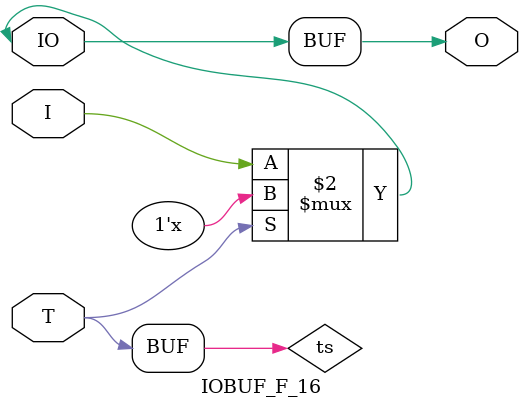
<source format=v>

/*

FUNCTION    : INPUT TRI-STATE OUTPUT BUFFER

*/

`celldefine
`timescale  100 ps / 10 ps

module IOBUF_F_16 (O, IO, I, T);

    output O;

    inout  IO;

    input  I, T;

    or O1 (ts, 1'b0, T);
    bufif0 T1 (IO, I, ts);

    buf B1 (O, IO);

endmodule

</source>
